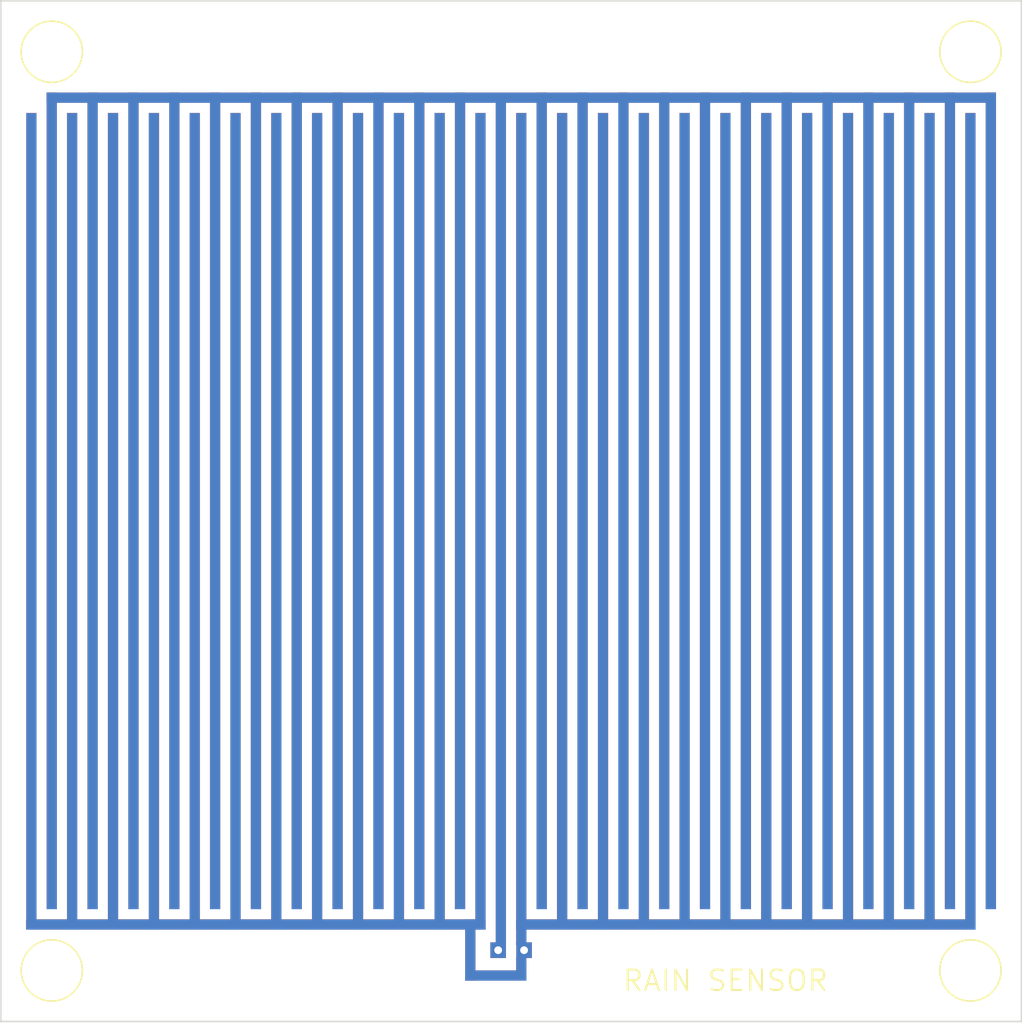
<source format=kicad_pcb>
(kicad_pcb (version 4) (host pcbnew 4.0.7)

  (general
    (links 0)
    (no_connects 0)
    (area 34.814999 30.534999 135.365001 131.26)
    (thickness 1.6)
    (drawings 0)
    (tracks 0)
    (zones 0)
    (modules 1)
    (nets 1)
  )

  (page A4)
  (layers
    (0 F.Cu signal)
    (31 B.Cu signal)
    (32 B.Adhes user)
    (33 F.Adhes user)
    (34 B.Paste user)
    (35 F.Paste user)
    (36 B.SilkS user)
    (37 F.SilkS user)
    (38 B.Mask user)
    (39 F.Mask user)
    (40 Dwgs.User user)
    (41 Cmts.User user)
    (42 Eco1.User user)
    (43 Eco2.User user)
    (44 Edge.Cuts user)
    (45 Margin user)
    (46 B.CrtYd user)
    (47 F.CrtYd user)
    (48 B.Fab user)
    (49 F.Fab user)
  )

  (setup
    (last_trace_width 0.25)
    (trace_clearance 0.2)
    (zone_clearance 0.508)
    (zone_45_only no)
    (trace_min 0.2)
    (segment_width 0.2)
    (edge_width 0.15)
    (via_size 0.6)
    (via_drill 0.4)
    (via_min_size 0.4)
    (via_min_drill 0.3)
    (uvia_size 0.3)
    (uvia_drill 0.1)
    (uvias_allowed no)
    (uvia_min_size 0.2)
    (uvia_min_drill 0.1)
    (pcb_text_width 0.3)
    (pcb_text_size 1.5 1.5)
    (mod_edge_width 0.15)
    (mod_text_size 1 1)
    (mod_text_width 0.15)
    (pad_size 1.524 1.524)
    (pad_drill 0.762)
    (pad_to_mask_clearance 0.254)
    (aux_axis_origin 34.29 30.48)
    (visible_elements 7FFFFFFF)
    (pcbplotparams
      (layerselection 0x010f0_80000001)
      (usegerberextensions true)
      (excludeedgelayer true)
      (linewidth 0.150000)
      (plotframeref false)
      (viasonmask false)
      (mode 1)
      (useauxorigin false)
      (hpglpennumber 1)
      (hpglpenspeed 20)
      (hpglpendiameter 15)
      (hpglpenoverlay 2)
      (psnegative false)
      (psa4output false)
      (plotreference true)
      (plotvalue true)
      (plotinvisibletext false)
      (padsonsilk false)
      (subtractmaskfromsilk false)
      (outputformat 1)
      (mirror false)
      (drillshape 0)
      (scaleselection 1)
      (outputdirectory gerber/))
  )

  (net 0 "")

  (net_class Default "これは標準のネット クラスです。"
    (clearance 0.2)
    (trace_width 0.25)
    (via_dia 0.6)
    (via_drill 0.4)
    (uvia_dia 0.3)
    (uvia_drill 0.1)
  )

  (module favorites:RAIN_SENSOR (layer F.Cu) (tedit 5A4CBBC1) (tstamp 5A4CE35D)
    (at 85.09 130.81)
    (fp_text reference VR** (at -11.5 -4.5) (layer F.Fab)
      (effects (font (size 1 1) (thickness 0.15)))
    )
    (fp_text value "RAIN SENSOR" (at 21 -4) (layer F.SilkS)
      (effects (font (size 2 2) (thickness 0.2)))
    )
    (fp_circle (center 45 -5) (end 48 -5) (layer F.SilkS) (width 0.15))
    (fp_circle (center 45 -95) (end 48 -95) (layer F.SilkS) (width 0.15))
    (fp_circle (center -45 -95) (end -42 -95) (layer F.SilkS) (width 0.15))
    (fp_circle (center -45 -5) (end -48 -5) (layer F.SilkS) (width 0.15))
    (fp_line (start 50 0) (end -50 0) (layer Edge.Cuts) (width 0.15))
    (fp_line (start -50 0) (end -50 -100) (layer Edge.Cuts) (width 0.15))
    (fp_line (start -50 -100) (end 50 -100) (layer Edge.Cuts) (width 0.15))
    (fp_line (start 50 -100) (end 50 0) (layer Edge.Cuts) (width 0.15))
    (pad 1 smd rect (at 1 -5.5) (size 1 1.5) (layers F.Cu F.Paste F.Mask))
    (pad 1 smd rect (at -1.5 -4.5) (size 6 1) (layers F.Cu F.Paste F.Mask))
    (pad "" np_thru_hole circle (at -45 -95) (size 2.5 2.5) (drill 2.5) (layers *.Cu *.Mask))
    (pad "" np_thru_hole circle (at 45 -95) (size 2.5 2.5) (drill 2.5) (layers *.Cu *.Mask))
    (pad "" np_thru_hole circle (at -45 -5) (size 2.5 2.5) (drill 2.5) (layers *.Cu *.Mask))
    (pad "" np_thru_hole circle (at 45 -5) (size 2.5 2.5) (drill 2.5) (layers *.Cu *.Mask))
    (pad 1 smd rect (at -47 -49) (size 1 80) (layers F.Cu F.Paste F.Mask))
    (pad 1 smd rect (at -43 -49) (size 1 80) (layers F.Cu F.Paste F.Mask))
    (pad 1 smd rect (at -39 -49) (size 1 80) (layers F.Cu F.Paste F.Mask))
    (pad 1 smd rect (at -35 -49) (size 1 80) (layers F.Cu F.Paste F.Mask))
    (pad 1 smd rect (at -31 -49) (size 1 80) (layers F.Cu F.Paste F.Mask))
    (pad 1 smd rect (at -27 -49) (size 1 80) (layers F.Cu F.Paste F.Mask))
    (pad 1 smd rect (at -23 -49) (size 1 80) (layers F.Cu F.Paste F.Mask))
    (pad 1 smd rect (at -19 -49) (size 1 80) (layers F.Cu F.Paste F.Mask))
    (pad 1 smd rect (at -15 -49) (size 1 80) (layers F.Cu F.Paste F.Mask))
    (pad 1 smd rect (at -11 -49) (size 1 80) (layers F.Cu F.Paste F.Mask))
    (pad 1 smd rect (at -7 -49) (size 1 80) (layers F.Cu F.Paste F.Mask))
    (pad 1 smd rect (at -3 -49) (size 1 80) (layers F.Cu F.Paste F.Mask))
    (pad 1 smd rect (at 1 -48.25) (size 1 81.5) (layers F.Cu F.Paste F.Mask))
    (pad 1 smd rect (at 5 -49) (size 1 80) (layers F.Cu F.Paste F.Mask))
    (pad 1 smd rect (at 9 -49) (size 1 80) (layers F.Cu F.Paste F.Mask))
    (pad 1 smd rect (at 13 -49) (size 1 80) (layers F.Cu F.Paste F.Mask))
    (pad 1 smd rect (at 17 -49) (size 1 80) (layers F.Cu F.Paste F.Mask))
    (pad 1 smd rect (at 21 -49) (size 1 80) (layers F.Cu F.Paste F.Mask))
    (pad 1 smd rect (at 25 -49) (size 1 80) (layers F.Cu F.Paste F.Mask))
    (pad 1 smd rect (at 29 -49) (size 1 80) (layers F.Cu F.Paste F.Mask))
    (pad 1 smd rect (at 33 -49) (size 1 80) (layers F.Cu F.Paste F.Mask))
    (pad 1 smd rect (at 37 -49) (size 1 80) (layers F.Cu F.Paste F.Mask))
    (pad 1 smd rect (at 41 -49) (size 1 80) (layers F.Cu F.Paste F.Mask))
    (pad 1 smd rect (at 45 -49) (size 1 80) (layers F.Cu F.Paste F.Mask))
    (pad 2 smd rect (at -45 -51) (size 1 80) (layers F.Cu F.Paste F.Mask))
    (pad 2 smd rect (at -41 -51) (size 1 80) (layers F.Cu F.Paste F.Mask))
    (pad 2 smd rect (at -37 -51) (size 1 80) (layers F.Cu F.Paste F.Mask))
    (pad 2 smd rect (at -33 -51) (size 1 80) (layers F.Cu F.Paste F.Mask))
    (pad 2 smd rect (at -29 -51) (size 1 80) (layers F.Cu F.Paste F.Mask))
    (pad 2 smd rect (at -25 -51) (size 1 80) (layers F.Cu F.Paste F.Mask))
    (pad 2 smd rect (at -21 -51) (size 1 80) (layers F.Cu F.Paste F.Mask))
    (pad 2 smd rect (at -17 -51) (size 1 80) (layers F.Cu F.Paste F.Mask))
    (pad 2 smd rect (at -13 -51) (size 1 80) (layers F.Cu F.Paste F.Mask))
    (pad 2 smd rect (at -9 -51) (size 1 80) (layers F.Cu F.Paste F.Mask))
    (pad 2 smd rect (at -5 -51) (size 1 80) (layers F.Cu F.Paste F.Mask))
    (pad 2 smd rect (at -1 -49) (size 1 83) (layers F.Cu F.Paste F.Mask))
    (pad 2 smd rect (at 3 -51) (size 1 80) (layers F.Cu F.Paste F.Mask))
    (pad 2 smd rect (at 7 -51) (size 1 80) (layers F.Cu F.Paste F.Mask))
    (pad 2 smd rect (at 11 -51) (size 1 80) (layers F.Cu F.Paste F.Mask))
    (pad 2 smd rect (at 15 -51) (size 1 80) (layers F.Cu F.Paste F.Mask))
    (pad 2 smd rect (at 19 -51) (size 1 80) (layers F.Cu F.Paste F.Mask))
    (pad 2 smd rect (at 23 -51) (size 1 80) (layers F.Cu F.Paste F.Mask))
    (pad 2 smd rect (at 27 -51) (size 1 80) (layers F.Cu F.Paste F.Mask))
    (pad 2 smd rect (at 31 -51) (size 1 80) (layers F.Cu F.Paste F.Mask))
    (pad 2 smd rect (at 35 -51) (size 1 80) (layers F.Cu F.Paste F.Mask))
    (pad 2 smd rect (at 39 -51) (size 1 80) (layers F.Cu F.Paste F.Mask))
    (pad 2 smd rect (at 43 -51) (size 1 80) (layers F.Cu F.Paste F.Mask))
    (pad 2 smd rect (at 47 -51) (size 1 80) (layers F.Cu F.Paste F.Mask))
    (pad 2 smd rect (at 1 -90.5) (size 93 1) (layers F.Cu F.Paste F.Mask))
    (pad 1 smd rect (at -25 -9.5) (size 45 1) (layers F.Cu F.Paste F.Mask))
    (pad 1 smd rect (at 23 -9.5) (size 45 1) (layers F.Cu F.Paste F.Mask))
    (pad 1 smd rect (at -4 -7) (size 1 6) (layers F.Cu F.Paste F.Mask))
    (pad 1 thru_hole rect (at 1.27 -6.985) (size 1.524 1.524) (drill 0.762) (layers *.Cu *.Mask))
    (pad 2 thru_hole rect (at -1.27 -6.985) (size 1.524 1.524) (drill 0.762) (layers *.Cu *.Mask))
    (pad 1 smd rect (at -47 -49) (size 1 80) (layers B.Cu B.Paste B.Mask))
    (pad 1 smd rect (at -43 -49) (size 1 80) (layers B.Cu B.Paste B.Mask))
    (pad 1 smd rect (at -39 -49) (size 1 80) (layers B.Cu B.Paste B.Mask))
    (pad 1 smd rect (at -35 -49) (size 1 80) (layers B.Cu B.Paste B.Mask))
    (pad 1 smd rect (at -31 -49) (size 1 80) (layers B.Cu B.Paste B.Mask))
    (pad 1 smd rect (at -27 -49) (size 1 80) (layers B.Cu B.Paste B.Mask))
    (pad 1 smd rect (at -23 -49) (size 1 80) (layers B.Cu B.Paste B.Mask))
    (pad 1 smd rect (at -19 -49) (size 1 80) (layers B.Cu B.Paste B.Mask))
    (pad 1 smd rect (at -15 -49) (size 1 80) (layers B.Cu B.Paste B.Mask))
    (pad 1 smd rect (at -11 -49) (size 1 80) (layers B.Cu B.Paste B.Mask))
    (pad 1 smd rect (at -7 -49) (size 1 80) (layers B.Cu B.Paste B.Mask))
    (pad 1 smd rect (at -3 -49) (size 1 80) (layers B.Cu B.Paste B.Mask))
    (pad 1 smd rect (at 1 -48.25) (size 1 81.5) (layers B.Cu B.Paste B.Mask))
    (pad 1 smd rect (at 5 -49) (size 1 80) (layers B.Cu B.Paste B.Mask))
    (pad 1 smd rect (at 9 -49) (size 1 80) (layers B.Cu B.Paste B.Mask))
    (pad 1 smd rect (at 13 -49) (size 1 80) (layers B.Cu B.Paste B.Mask))
    (pad 1 smd rect (at 17 -49) (size 1 80) (layers B.Cu B.Paste B.Mask))
    (pad 1 smd rect (at 21 -49) (size 1 80) (layers B.Cu B.Paste B.Mask))
    (pad 1 smd rect (at 25 -49) (size 1 80) (layers B.Cu B.Paste B.Mask))
    (pad 1 smd rect (at 29 -49) (size 1 80) (layers B.Cu B.Paste B.Mask))
    (pad 1 smd rect (at 33 -49) (size 1 80) (layers B.Cu B.Paste B.Mask))
    (pad 1 smd rect (at 37 -49) (size 1 80) (layers B.Cu B.Paste B.Mask))
    (pad 1 smd rect (at 41 -49) (size 1 80) (layers B.Cu B.Paste B.Mask))
    (pad 1 smd rect (at 45 -49) (size 1 80) (layers B.Cu B.Paste B.Mask))
    (pad 2 smd rect (at -45 -51) (size 1 80) (layers B.Cu B.Paste B.Mask))
    (pad 2 smd rect (at -41 -51) (size 1 80) (layers B.Cu B.Paste B.Mask))
    (pad 2 smd rect (at -37 -51) (size 1 80) (layers B.Cu B.Paste B.Mask))
    (pad 2 smd rect (at -33 -51) (size 1 80) (layers B.Cu B.Paste B.Mask))
    (pad 2 smd rect (at -29 -51) (size 1 80) (layers B.Cu B.Paste B.Mask))
    (pad 2 smd rect (at -25 -51) (size 1 80) (layers B.Cu B.Paste B.Mask))
    (pad 2 smd rect (at -21 -51) (size 1 80) (layers B.Cu B.Paste B.Mask))
    (pad 2 smd rect (at -17 -51) (size 1 80) (layers B.Cu B.Paste B.Mask))
    (pad 2 smd rect (at -13 -51) (size 1 80) (layers B.Cu B.Paste B.Mask))
    (pad 2 smd rect (at -9 -51) (size 1 80) (layers B.Cu B.Paste B.Mask))
    (pad 2 smd rect (at -5 -51) (size 1 80) (layers B.Cu B.Paste B.Mask))
    (pad 2 smd rect (at -1 -49) (size 1 83) (layers B.Cu B.Paste B.Mask))
    (pad 2 smd rect (at 3 -51) (size 1 80) (layers B.Cu B.Paste B.Mask))
    (pad 2 smd rect (at 7 -51) (size 1 80) (layers B.Cu B.Paste B.Mask))
    (pad 2 smd rect (at 11 -51) (size 1 80) (layers B.Cu B.Paste B.Mask))
    (pad 2 smd rect (at 15 -51) (size 1 80) (layers B.Cu B.Paste B.Mask))
    (pad 2 smd rect (at 19 -51) (size 1 80) (layers B.Cu B.Paste B.Mask))
    (pad 2 smd rect (at 23 -51) (size 1 80) (layers B.Cu B.Paste B.Mask))
    (pad 2 smd rect (at 27 -51) (size 1 80) (layers B.Cu B.Paste B.Mask))
    (pad 2 smd rect (at 31 -51) (size 1 80) (layers B.Cu B.Paste B.Mask))
    (pad 2 smd rect (at 35 -51) (size 1 80) (layers B.Cu B.Paste B.Mask))
    (pad 2 smd rect (at 39 -51) (size 1 80) (layers B.Cu B.Paste B.Mask))
    (pad 2 smd rect (at 43 -51) (size 1 80) (layers B.Cu B.Paste B.Mask))
    (pad 2 smd rect (at 47 -51) (size 1 80) (layers B.Cu B.Paste B.Mask))
    (pad 2 smd rect (at 1 -90.5) (size 93 1) (layers B.Cu B.Paste B.Mask))
    (pad 1 smd rect (at -25 -9.5) (size 45 1) (layers B.Cu B.Paste B.Mask))
    (pad 1 smd rect (at 23 -9.5) (size 45 1) (layers B.Cu B.Paste B.Mask))
    (pad 1 smd rect (at -4 -7) (size 1 6) (layers B.Cu B.Paste B.Mask))
    (pad 1 smd rect (at 1 -5.5) (size 1 1.5) (layers B.Cu B.Paste B.Mask))
    (pad 1 smd rect (at -1.5 -4.5) (size 6 1) (layers B.Cu B.Paste B.Mask))
  )

)

</source>
